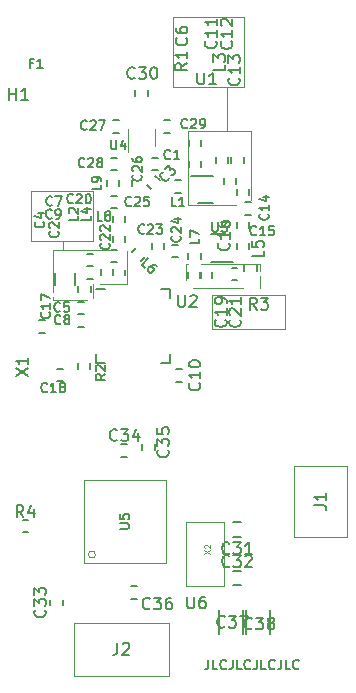
<source format=gbr>
G04 #@! TF.GenerationSoftware,KiCad,Pcbnew,(5.1.4)-1*
G04 #@! TF.CreationDate,2020-12-03T17:42:17+01:00*
G04 #@! TF.ProjectId,LoRa_Balloon,4c6f5261-5f42-4616-9c6c-6f6f6e2e6b69,2*
G04 #@! TF.SameCoordinates,Original*
G04 #@! TF.FileFunction,Legend,Top*
G04 #@! TF.FilePolarity,Positive*
%FSLAX46Y46*%
G04 Gerber Fmt 4.6, Leading zero omitted, Abs format (unit mm)*
G04 Created by KiCad (PCBNEW (5.1.4)-1) date 2020-12-03 17:42:17*
%MOMM*%
%LPD*%
G04 APERTURE LIST*
%ADD10C,0.150000*%
%ADD11C,0.120000*%
%ADD12C,0.080000*%
%ADD13C,0.125000*%
G04 APERTURE END LIST*
D10*
X118054761Y-160561904D02*
X118054761Y-161133333D01*
X118016666Y-161247619D01*
X117940476Y-161323809D01*
X117826190Y-161361904D01*
X117750000Y-161361904D01*
X118816666Y-161361904D02*
X118435714Y-161361904D01*
X118435714Y-160561904D01*
X119540476Y-161285714D02*
X119502380Y-161323809D01*
X119388095Y-161361904D01*
X119311904Y-161361904D01*
X119197619Y-161323809D01*
X119121428Y-161247619D01*
X119083333Y-161171428D01*
X119045238Y-161019047D01*
X119045238Y-160904761D01*
X119083333Y-160752380D01*
X119121428Y-160676190D01*
X119197619Y-160600000D01*
X119311904Y-160561904D01*
X119388095Y-160561904D01*
X119502380Y-160600000D01*
X119540476Y-160638095D01*
X120111904Y-160561904D02*
X120111904Y-161133333D01*
X120073809Y-161247619D01*
X119997619Y-161323809D01*
X119883333Y-161361904D01*
X119807142Y-161361904D01*
X120873809Y-161361904D02*
X120492857Y-161361904D01*
X120492857Y-160561904D01*
X121597619Y-161285714D02*
X121559523Y-161323809D01*
X121445238Y-161361904D01*
X121369047Y-161361904D01*
X121254761Y-161323809D01*
X121178571Y-161247619D01*
X121140476Y-161171428D01*
X121102380Y-161019047D01*
X121102380Y-160904761D01*
X121140476Y-160752380D01*
X121178571Y-160676190D01*
X121254761Y-160600000D01*
X121369047Y-160561904D01*
X121445238Y-160561904D01*
X121559523Y-160600000D01*
X121597619Y-160638095D01*
X122169047Y-160561904D02*
X122169047Y-161133333D01*
X122130952Y-161247619D01*
X122054761Y-161323809D01*
X121940476Y-161361904D01*
X121864285Y-161361904D01*
X122930952Y-161361904D02*
X122550000Y-161361904D01*
X122550000Y-160561904D01*
X123654761Y-161285714D02*
X123616666Y-161323809D01*
X123502380Y-161361904D01*
X123426190Y-161361904D01*
X123311904Y-161323809D01*
X123235714Y-161247619D01*
X123197619Y-161171428D01*
X123159523Y-161019047D01*
X123159523Y-160904761D01*
X123197619Y-160752380D01*
X123235714Y-160676190D01*
X123311904Y-160600000D01*
X123426190Y-160561904D01*
X123502380Y-160561904D01*
X123616666Y-160600000D01*
X123654761Y-160638095D01*
X124226190Y-160561904D02*
X124226190Y-161133333D01*
X124188095Y-161247619D01*
X124111904Y-161323809D01*
X123997619Y-161361904D01*
X123921428Y-161361904D01*
X124988095Y-161361904D02*
X124607142Y-161361904D01*
X124607142Y-160561904D01*
X125711904Y-161285714D02*
X125673809Y-161323809D01*
X125559523Y-161361904D01*
X125483333Y-161361904D01*
X125369047Y-161323809D01*
X125292857Y-161247619D01*
X125254761Y-161171428D01*
X125216666Y-161019047D01*
X125216666Y-160904761D01*
X125254761Y-160752380D01*
X125292857Y-160676190D01*
X125369047Y-160600000D01*
X125483333Y-160561904D01*
X125559523Y-160561904D01*
X125673809Y-160600000D01*
X125711904Y-160638095D01*
D11*
X105751000Y-125836600D02*
X105751000Y-125112700D01*
X104887400Y-130103800D02*
X104887400Y-129824400D01*
X111186600Y-128706800D02*
X111186600Y-125912800D01*
X108913300Y-128706800D02*
X111186600Y-128706800D01*
X108278300Y-129926000D02*
X108278300Y-128706800D01*
X104887400Y-130103800D02*
X107770300Y-130103800D01*
X104887400Y-125836600D02*
X104887400Y-129418000D01*
X109789600Y-125836600D02*
X104887400Y-125836600D01*
X103071300Y-120909000D02*
X108278300Y-120909000D01*
X103071300Y-125100000D02*
X103071300Y-120909000D01*
X108278300Y-125100000D02*
X103071300Y-125100000D01*
X108278300Y-120909000D02*
X108278300Y-125100000D01*
X116723800Y-129075100D02*
X120965600Y-129075100D01*
X122451500Y-128097200D02*
X122451500Y-129075100D01*
X122451500Y-127043100D02*
X122451500Y-127665400D01*
X117447700Y-127043100D02*
X122451500Y-127043100D01*
X116152300Y-127043100D02*
X116304700Y-127043100D01*
X116152300Y-128402000D02*
X116152300Y-127043100D01*
X124572400Y-129672000D02*
X118324000Y-129672000D01*
X124572400Y-132593000D02*
X124572400Y-129672000D01*
X118324000Y-132593000D02*
X124572400Y-132593000D01*
X118324000Y-129672000D02*
X118324000Y-132593000D01*
X119594000Y-112138380D02*
X119594000Y-115803600D01*
X121702200Y-115829000D02*
X121702200Y-121620200D01*
X116292000Y-115829000D02*
X121702200Y-115829000D01*
X116292000Y-122077400D02*
X120406800Y-122077400D01*
X116292000Y-115829000D02*
X116292000Y-122077400D01*
X121029620Y-112090120D02*
X115029620Y-112090120D01*
X121029480Y-106131320D02*
X121029620Y-112090120D01*
X115029620Y-106128740D02*
X121029620Y-106128740D01*
X115029620Y-112087580D02*
X115029620Y-106128780D01*
X125330000Y-150120000D02*
X129830000Y-150120000D01*
X129830000Y-150120000D02*
X129830000Y-144120000D01*
X125330000Y-144120000D02*
X129830000Y-144120000D01*
X125330000Y-150120000D02*
X125330000Y-144120000D01*
D10*
X110502560Y-120445680D02*
X110502560Y-119945680D01*
X109452560Y-119945680D02*
X109452560Y-120445680D01*
X123283460Y-158380860D02*
X123283460Y-156380860D01*
X121233460Y-156380860D02*
X121233460Y-158380860D01*
X118934760Y-156380860D02*
X118934760Y-158380860D01*
X120984760Y-158380860D02*
X120984760Y-156380860D01*
D11*
X106691300Y-157411780D02*
X106691300Y-161911780D01*
X106691300Y-161911780D02*
X114691300Y-161911780D01*
X114691300Y-157411780D02*
X114691300Y-161911780D01*
X106691300Y-157411780D02*
X114691300Y-157411780D01*
D10*
X111492860Y-155383640D02*
X111992860Y-155383640D01*
X111992860Y-154333640D02*
X111492860Y-154333640D01*
D12*
X116180440Y-154282040D02*
X119380440Y-154282040D01*
X119380440Y-154282040D02*
X119380440Y-148882040D01*
X119380440Y-148882040D02*
X116180440Y-148882040D01*
X116180440Y-154282040D02*
X116180440Y-148882040D01*
D11*
X107491020Y-152351540D02*
X107491020Y-145351540D01*
X107491020Y-145351540D02*
X114491020Y-145351540D01*
X114491020Y-152351540D02*
X114491020Y-145351540D01*
X107491020Y-152351540D02*
X114491020Y-152351540D01*
X108491020Y-151651540D02*
G75*
G03X108491020Y-151651540I-300000J0D01*
G01*
D10*
X108919160Y-127511920D02*
X108919160Y-128011920D01*
X109969160Y-128011920D02*
X109969160Y-127511920D01*
X113761120Y-118072600D02*
X113261120Y-118072600D01*
X113261120Y-119122600D02*
X113761120Y-119122600D01*
X108094640Y-129416960D02*
X108094640Y-128916960D01*
X107044640Y-128916960D02*
X107044640Y-129416960D01*
X113927326Y-119976104D02*
X113573772Y-119622550D01*
X112831310Y-120365012D02*
X113184864Y-120718566D01*
X105073720Y-127816400D02*
X105073720Y-128816400D01*
X106773720Y-128816400D02*
X106773720Y-127816400D01*
X107486900Y-130239200D02*
X106986900Y-130239200D01*
X106986900Y-131289200D02*
X107486900Y-131289200D01*
X116396920Y-116541240D02*
X116396920Y-117041240D01*
X117446920Y-117041240D02*
X117446920Y-116541240D01*
X108273880Y-126165040D02*
X107773880Y-126165040D01*
X107773880Y-127215040D02*
X108273880Y-127215040D01*
X106991560Y-132345840D02*
X107491560Y-132345840D01*
X107491560Y-131295840D02*
X106991560Y-131295840D01*
X107773880Y-128292000D02*
X108273880Y-128292000D01*
X108273880Y-127242000D02*
X107773880Y-127242000D01*
X115297780Y-137009280D02*
X115797780Y-137009280D01*
X115797780Y-135959280D02*
X115297780Y-135959280D01*
X119753240Y-118507240D02*
X119753240Y-118007240D01*
X118703240Y-118007240D02*
X118703240Y-118507240D01*
X119998640Y-118007240D02*
X119998640Y-118507240D01*
X121048640Y-118507240D02*
X121048640Y-118007240D01*
X121485520Y-121191600D02*
X121485520Y-120691600D01*
X120435520Y-120691600D02*
X120435520Y-121191600D01*
X121660520Y-121811480D02*
X121160520Y-121811480D01*
X121160520Y-122861480D02*
X121660520Y-122861480D01*
X121485520Y-123996600D02*
X121485520Y-123496600D01*
X120435520Y-123496600D02*
X120435520Y-123996600D01*
X121101000Y-127174100D02*
X121101000Y-127674100D01*
X122151000Y-127674100D02*
X122151000Y-127174100D01*
X104204800Y-131824160D02*
X103704800Y-131824160D01*
X103704800Y-132874160D02*
X104204800Y-132874160D01*
X105261820Y-136958480D02*
X105761820Y-136958480D01*
X105761820Y-135908480D02*
X105261820Y-135908480D01*
X117388500Y-128240520D02*
X117388500Y-127740520D01*
X116338500Y-127740520D02*
X116338500Y-128240520D01*
X110295720Y-125839920D02*
X109795720Y-125839920D01*
X109795720Y-126889920D02*
X110295720Y-126889920D01*
X117349420Y-127740520D02*
X117349420Y-128240520D01*
X118399420Y-128240520D02*
X118399420Y-127740520D01*
X111020720Y-125209880D02*
X111020720Y-124709880D01*
X109970720Y-124709880D02*
X109970720Y-125209880D01*
X113272720Y-125240740D02*
X113272720Y-125740740D01*
X114322720Y-125740740D02*
X114322720Y-125240740D01*
X115510340Y-125413200D02*
X115010340Y-125413200D01*
X115010340Y-126463200D02*
X115510340Y-126463200D01*
X109788100Y-122315380D02*
X110288100Y-122315380D01*
X110288100Y-121265380D02*
X109788100Y-121265380D01*
X111549040Y-120445680D02*
X111549040Y-119945680D01*
X110499040Y-119945680D02*
X110499040Y-120445680D01*
X110471400Y-114872200D02*
X109971400Y-114872200D01*
X109971400Y-115922200D02*
X110471400Y-115922200D01*
X110306720Y-118067520D02*
X109806720Y-118067520D01*
X109806720Y-119117520D02*
X110306720Y-119117520D01*
X114314800Y-115922200D02*
X114814800Y-115922200D01*
X114814800Y-114872200D02*
X114314800Y-114872200D01*
X111880800Y-112287160D02*
X111880800Y-112787160D01*
X112930800Y-112787160D02*
X112930800Y-112287160D01*
X120127920Y-148932040D02*
X120827920Y-148932040D01*
X120827920Y-150132040D02*
X120127920Y-150132040D01*
X120827920Y-154232040D02*
X120127920Y-154232040D01*
X120127920Y-153032040D02*
X120827920Y-153032040D01*
X105719740Y-155957420D02*
X105719740Y-155457420D01*
X104669740Y-155457420D02*
X104669740Y-155957420D01*
X110692340Y-143371980D02*
X111192340Y-143371980D01*
X111192340Y-142321980D02*
X110692340Y-142321980D01*
X112465000Y-142302340D02*
X112465000Y-142802340D01*
X113515000Y-142802340D02*
X113515000Y-142302340D01*
X115724120Y-119962360D02*
X115224120Y-119962360D01*
X115224120Y-121012360D02*
X115724120Y-121012360D01*
X120403480Y-120287360D02*
X120403480Y-119787360D01*
X119353480Y-119787360D02*
X119353480Y-120287360D01*
X111020720Y-128014880D02*
X111020720Y-127514880D01*
X109970720Y-127514880D02*
X109970720Y-128014880D01*
X121485520Y-125739040D02*
X121485520Y-125239040D01*
X120435520Y-125239040D02*
X120435520Y-125739040D01*
X111917404Y-125710232D02*
X111563850Y-126063786D01*
X112306312Y-126806248D02*
X112659866Y-126452694D01*
X117388500Y-126637780D02*
X117388500Y-126137780D01*
X116338500Y-126137780D02*
X116338500Y-126637780D01*
X111020720Y-123450080D02*
X111020720Y-122950080D01*
X109970720Y-122950080D02*
X109970720Y-123450080D01*
X116396920Y-118293840D02*
X116396920Y-118793840D01*
X117446920Y-118793840D02*
X117446920Y-118293840D01*
X107016700Y-135467200D02*
X107016700Y-135967200D01*
X108066700Y-135967200D02*
X108066700Y-135467200D01*
X120014560Y-128398680D02*
X120514560Y-128398680D01*
X120514560Y-127348680D02*
X120014560Y-127348680D01*
X102815840Y-148726540D02*
X102315840Y-148726540D01*
X102315840Y-149776540D02*
X102815840Y-149776540D01*
X117176160Y-121886280D02*
X118476160Y-121886280D01*
X116601160Y-119586280D02*
X118476160Y-119586280D01*
X114844120Y-129163720D02*
X114844120Y-129953720D01*
X108544120Y-135463720D02*
X108544120Y-134673720D01*
X114844120Y-135463720D02*
X114844120Y-134673720D01*
X108544120Y-129163720D02*
X109334120Y-129163720D01*
X108544120Y-135463720D02*
X109334120Y-135463720D01*
X114844120Y-135463720D02*
X114054120Y-135463720D01*
X114844120Y-129163720D02*
X114054120Y-129163720D01*
X120137440Y-126838200D02*
X118262440Y-126838200D01*
X119562440Y-124538200D02*
X118262440Y-124538200D01*
D11*
X111245800Y-115647200D02*
X111245800Y-117547200D01*
X113565800Y-117047200D02*
X113565800Y-115647200D01*
D10*
X103198333Y-110031457D02*
X102931666Y-110031457D01*
X102931666Y-110450504D02*
X102931666Y-109650504D01*
X103312619Y-109650504D01*
X104036428Y-110450504D02*
X103579285Y-110450504D01*
X103807857Y-110450504D02*
X103807857Y-109650504D01*
X103731666Y-109764790D01*
X103655476Y-109840980D01*
X103579285Y-109879076D01*
X116271775Y-155202560D02*
X116271775Y-156012084D01*
X116319394Y-156107322D01*
X116367013Y-156154941D01*
X116462251Y-156202560D01*
X116652727Y-156202560D01*
X116747965Y-156154941D01*
X116795584Y-156107322D01*
X116843203Y-156012084D01*
X116843203Y-155202560D01*
X117747965Y-155202560D02*
X117557489Y-155202560D01*
X117462251Y-155250180D01*
X117414632Y-155297799D01*
X117319394Y-155440656D01*
X117271775Y-155631132D01*
X117271775Y-156012084D01*
X117319394Y-156107322D01*
X117367013Y-156154941D01*
X117462251Y-156202560D01*
X117652727Y-156202560D01*
X117747965Y-156154941D01*
X117795584Y-156107322D01*
X117843203Y-156012084D01*
X117843203Y-155773989D01*
X117795584Y-155678751D01*
X117747965Y-155631132D01*
X117652727Y-155583513D01*
X117462251Y-155583513D01*
X117367013Y-155631132D01*
X117319394Y-155678751D01*
X117271775Y-155773989D01*
X127032380Y-147453333D02*
X127746666Y-147453333D01*
X127889523Y-147500952D01*
X127984761Y-147596190D01*
X128032380Y-147739047D01*
X128032380Y-147834285D01*
X128032380Y-146453333D02*
X128032380Y-147024761D01*
X128032380Y-146739047D02*
X127032380Y-146739047D01*
X127175238Y-146834285D01*
X127270476Y-146929523D01*
X127318095Y-147024761D01*
X108978024Y-120336213D02*
X108978024Y-120717165D01*
X108178024Y-120717165D01*
X108978024Y-120031451D02*
X108978024Y-119879070D01*
X108939929Y-119802880D01*
X108901834Y-119764784D01*
X108787548Y-119688594D01*
X108635167Y-119650499D01*
X108330405Y-119650499D01*
X108254215Y-119688594D01*
X108216120Y-119726689D01*
X108178024Y-119802880D01*
X108178024Y-119955260D01*
X108216120Y-120031451D01*
X108254215Y-120069546D01*
X108330405Y-120107641D01*
X108520881Y-120107641D01*
X108597072Y-120069546D01*
X108635167Y-120031451D01*
X108673262Y-119955260D01*
X108673262Y-119802880D01*
X108635167Y-119726689D01*
X108597072Y-119688594D01*
X108520881Y-119650499D01*
X121734982Y-157882782D02*
X121687363Y-157930401D01*
X121544506Y-157978020D01*
X121449268Y-157978020D01*
X121306411Y-157930401D01*
X121211173Y-157835163D01*
X121163554Y-157739925D01*
X121115935Y-157549449D01*
X121115935Y-157406592D01*
X121163554Y-157216116D01*
X121211173Y-157120878D01*
X121306411Y-157025640D01*
X121449268Y-156978020D01*
X121544506Y-156978020D01*
X121687363Y-157025640D01*
X121734982Y-157073259D01*
X122068316Y-156978020D02*
X122687363Y-156978020D01*
X122354030Y-157358973D01*
X122496887Y-157358973D01*
X122592125Y-157406592D01*
X122639744Y-157454211D01*
X122687363Y-157549449D01*
X122687363Y-157787544D01*
X122639744Y-157882782D01*
X122592125Y-157930401D01*
X122496887Y-157978020D01*
X122211173Y-157978020D01*
X122115935Y-157930401D01*
X122068316Y-157882782D01*
X123258792Y-157406592D02*
X123163554Y-157358973D01*
X123115935Y-157311354D01*
X123068316Y-157216116D01*
X123068316Y-157168497D01*
X123115935Y-157073259D01*
X123163554Y-157025640D01*
X123258792Y-156978020D01*
X123449268Y-156978020D01*
X123544506Y-157025640D01*
X123592125Y-157073259D01*
X123639744Y-157168497D01*
X123639744Y-157216116D01*
X123592125Y-157311354D01*
X123544506Y-157358973D01*
X123449268Y-157406592D01*
X123258792Y-157406592D01*
X123163554Y-157454211D01*
X123115935Y-157501830D01*
X123068316Y-157597068D01*
X123068316Y-157787544D01*
X123115935Y-157882782D01*
X123163554Y-157930401D01*
X123258792Y-157978020D01*
X123449268Y-157978020D01*
X123544506Y-157930401D01*
X123592125Y-157882782D01*
X123639744Y-157787544D01*
X123639744Y-157597068D01*
X123592125Y-157501830D01*
X123544506Y-157454211D01*
X123449268Y-157406592D01*
X119436282Y-157738002D02*
X119388663Y-157785621D01*
X119245806Y-157833240D01*
X119150568Y-157833240D01*
X119007711Y-157785621D01*
X118912473Y-157690383D01*
X118864854Y-157595145D01*
X118817235Y-157404669D01*
X118817235Y-157261812D01*
X118864854Y-157071336D01*
X118912473Y-156976098D01*
X119007711Y-156880860D01*
X119150568Y-156833240D01*
X119245806Y-156833240D01*
X119388663Y-156880860D01*
X119436282Y-156928479D01*
X119769616Y-156833240D02*
X120388663Y-156833240D01*
X120055330Y-157214193D01*
X120198187Y-157214193D01*
X120293425Y-157261812D01*
X120341044Y-157309431D01*
X120388663Y-157404669D01*
X120388663Y-157642764D01*
X120341044Y-157738002D01*
X120293425Y-157785621D01*
X120198187Y-157833240D01*
X119912473Y-157833240D01*
X119817235Y-157785621D01*
X119769616Y-157738002D01*
X120721997Y-156833240D02*
X121388663Y-156833240D01*
X120960092Y-157833240D01*
X110357966Y-159114160D02*
X110357966Y-159828446D01*
X110310347Y-159971303D01*
X110215109Y-160066541D01*
X110072252Y-160114160D01*
X109977014Y-160114160D01*
X110786538Y-159209399D02*
X110834157Y-159161780D01*
X110929395Y-159114160D01*
X111167490Y-159114160D01*
X111262728Y-159161780D01*
X111310347Y-159209399D01*
X111357966Y-159304637D01*
X111357966Y-159399875D01*
X111310347Y-159542732D01*
X110738919Y-160114160D01*
X111357966Y-160114160D01*
X113109142Y-156191142D02*
X113061523Y-156238761D01*
X112918666Y-156286380D01*
X112823428Y-156286380D01*
X112680571Y-156238761D01*
X112585333Y-156143523D01*
X112537714Y-156048285D01*
X112490095Y-155857809D01*
X112490095Y-155714952D01*
X112537714Y-155524476D01*
X112585333Y-155429238D01*
X112680571Y-155334000D01*
X112823428Y-155286380D01*
X112918666Y-155286380D01*
X113061523Y-155334000D01*
X113109142Y-155381619D01*
X113442476Y-155286380D02*
X114061523Y-155286380D01*
X113728190Y-155667333D01*
X113871047Y-155667333D01*
X113966285Y-155714952D01*
X114013904Y-155762571D01*
X114061523Y-155857809D01*
X114061523Y-156095904D01*
X114013904Y-156191142D01*
X113966285Y-156238761D01*
X113871047Y-156286380D01*
X113585333Y-156286380D01*
X113490095Y-156238761D01*
X113442476Y-156191142D01*
X114918666Y-155286380D02*
X114728190Y-155286380D01*
X114632952Y-155334000D01*
X114585333Y-155381619D01*
X114490095Y-155524476D01*
X114442476Y-155714952D01*
X114442476Y-156095904D01*
X114490095Y-156191142D01*
X114537714Y-156238761D01*
X114632952Y-156286380D01*
X114823428Y-156286380D01*
X114918666Y-156238761D01*
X114966285Y-156191142D01*
X115013904Y-156095904D01*
X115013904Y-155857809D01*
X114966285Y-155762571D01*
X114918666Y-155714952D01*
X114823428Y-155667333D01*
X114632952Y-155667333D01*
X114537714Y-155714952D01*
X114490095Y-155762571D01*
X114442476Y-155857809D01*
D13*
X117719990Y-151585481D02*
X118219990Y-151252148D01*
X117719990Y-151252148D02*
X118219990Y-151585481D01*
X117767609Y-151085481D02*
X117743800Y-151061672D01*
X117719990Y-151014053D01*
X117719990Y-150895005D01*
X117743800Y-150847386D01*
X117767609Y-150823577D01*
X117815228Y-150799767D01*
X117862847Y-150799767D01*
X117934276Y-150823577D01*
X118219990Y-151109291D01*
X118219990Y-150799767D01*
D10*
X110552924Y-149461063D02*
X111200543Y-149461063D01*
X111276734Y-149422968D01*
X111314829Y-149384873D01*
X111352924Y-149308682D01*
X111352924Y-149156301D01*
X111314829Y-149080111D01*
X111276734Y-149042016D01*
X111200543Y-149003920D01*
X110552924Y-149003920D01*
X110552924Y-148242016D02*
X110552924Y-148622968D01*
X110933877Y-148661063D01*
X110895781Y-148622968D01*
X110857686Y-148546778D01*
X110857686Y-148356301D01*
X110895781Y-148280111D01*
X110933877Y-148242016D01*
X111010067Y-148203920D01*
X111200543Y-148203920D01*
X111276734Y-148242016D01*
X111314829Y-148280111D01*
X111352924Y-148356301D01*
X111352924Y-148546778D01*
X111314829Y-148622968D01*
X111276734Y-148661063D01*
X107014604Y-122972733D02*
X107014604Y-123353685D01*
X106214604Y-123353685D01*
X106290795Y-122744161D02*
X106252700Y-122706066D01*
X106214604Y-122629876D01*
X106214604Y-122439400D01*
X106252700Y-122363209D01*
X106290795Y-122325114D01*
X106366985Y-122287019D01*
X106443176Y-122287019D01*
X106557461Y-122325114D01*
X107014604Y-122782257D01*
X107014604Y-122287019D01*
X114825166Y-118095914D02*
X114787071Y-118134009D01*
X114672785Y-118172104D01*
X114596595Y-118172104D01*
X114482309Y-118134009D01*
X114406119Y-118057819D01*
X114368023Y-117981628D01*
X114329928Y-117829247D01*
X114329928Y-117714961D01*
X114368023Y-117562580D01*
X114406119Y-117486390D01*
X114482309Y-117410200D01*
X114596595Y-117372104D01*
X114672785Y-117372104D01*
X114787071Y-117410200D01*
X114825166Y-117448295D01*
X115587071Y-118172104D02*
X115129928Y-118172104D01*
X115358500Y-118172104D02*
X115358500Y-117372104D01*
X115282309Y-117486390D01*
X115206119Y-117562580D01*
X115129928Y-117600676D01*
X105300114Y-124293533D02*
X105338209Y-124331628D01*
X105376304Y-124445914D01*
X105376304Y-124522104D01*
X105338209Y-124636390D01*
X105262019Y-124712580D01*
X105185828Y-124750676D01*
X105033447Y-124788771D01*
X104919161Y-124788771D01*
X104766780Y-124750676D01*
X104690590Y-124712580D01*
X104614400Y-124636390D01*
X104576304Y-124522104D01*
X104576304Y-124445914D01*
X104614400Y-124331628D01*
X104652495Y-124293533D01*
X104652495Y-123988771D02*
X104614400Y-123950676D01*
X104576304Y-123874485D01*
X104576304Y-123684009D01*
X104614400Y-123607819D01*
X104652495Y-123569723D01*
X104728685Y-123531628D01*
X104804876Y-123531628D01*
X104919161Y-123569723D01*
X105376304Y-124026866D01*
X105376304Y-123531628D01*
X114710649Y-119732112D02*
X114710649Y-119785987D01*
X114656774Y-119893736D01*
X114602899Y-119947611D01*
X114495150Y-120001486D01*
X114387400Y-120001486D01*
X114306588Y-119974549D01*
X114171901Y-119893736D01*
X114091089Y-119812924D01*
X114010277Y-119678237D01*
X113983339Y-119597425D01*
X113983339Y-119489675D01*
X114037214Y-119381926D01*
X114091089Y-119328051D01*
X114198838Y-119274176D01*
X114252713Y-119274176D01*
X114387400Y-119031739D02*
X114737587Y-118681553D01*
X114764524Y-119085614D01*
X114845336Y-119004802D01*
X114926148Y-118977865D01*
X114980023Y-118977865D01*
X115060835Y-119004802D01*
X115195522Y-119139489D01*
X115222460Y-119220301D01*
X115222460Y-119274176D01*
X115195522Y-119354988D01*
X115033898Y-119516613D01*
X114953086Y-119543550D01*
X114899211Y-119543550D01*
X104055514Y-123455333D02*
X104093609Y-123493428D01*
X104131704Y-123607714D01*
X104131704Y-123683904D01*
X104093609Y-123798190D01*
X104017419Y-123874380D01*
X103941228Y-123912476D01*
X103788847Y-123950571D01*
X103674561Y-123950571D01*
X103522180Y-123912476D01*
X103445990Y-123874380D01*
X103369800Y-123798190D01*
X103331704Y-123683904D01*
X103331704Y-123607714D01*
X103369800Y-123493428D01*
X103407895Y-123455333D01*
X103598371Y-122769619D02*
X104131704Y-122769619D01*
X103293609Y-122960095D02*
X103865038Y-123150571D01*
X103865038Y-122655333D01*
X105503366Y-131011814D02*
X105465271Y-131049909D01*
X105350985Y-131088004D01*
X105274795Y-131088004D01*
X105160509Y-131049909D01*
X105084319Y-130973719D01*
X105046223Y-130897528D01*
X105008128Y-130745147D01*
X105008128Y-130630861D01*
X105046223Y-130478480D01*
X105084319Y-130402290D01*
X105160509Y-130326100D01*
X105274795Y-130288004D01*
X105350985Y-130288004D01*
X105465271Y-130326100D01*
X105503366Y-130364195D01*
X106227176Y-130288004D02*
X105846223Y-130288004D01*
X105808128Y-130668957D01*
X105846223Y-130630861D01*
X105922414Y-130592766D01*
X106112890Y-130592766D01*
X106189080Y-130630861D01*
X106227176Y-130668957D01*
X106265271Y-130745147D01*
X106265271Y-130935623D01*
X106227176Y-131011814D01*
X106189080Y-131049909D01*
X106112890Y-131088004D01*
X105922414Y-131088004D01*
X105846223Y-131049909D01*
X105808128Y-131011814D01*
X116186862Y-107893066D02*
X116234481Y-107940685D01*
X116282100Y-108083542D01*
X116282100Y-108178780D01*
X116234481Y-108321638D01*
X116139243Y-108416876D01*
X116044005Y-108464495D01*
X115853529Y-108512114D01*
X115710672Y-108512114D01*
X115520196Y-108464495D01*
X115424958Y-108416876D01*
X115329720Y-108321638D01*
X115282100Y-108178780D01*
X115282100Y-108083542D01*
X115329720Y-107940685D01*
X115377339Y-107893066D01*
X115282100Y-107035923D02*
X115282100Y-107226400D01*
X115329720Y-107321638D01*
X115377339Y-107369257D01*
X115520196Y-107464495D01*
X115710672Y-107512114D01*
X116091624Y-107512114D01*
X116186862Y-107464495D01*
X116234481Y-107416876D01*
X116282100Y-107321638D01*
X116282100Y-107131161D01*
X116234481Y-107035923D01*
X116186862Y-106988304D01*
X116091624Y-106940685D01*
X115853529Y-106940685D01*
X115758291Y-106988304D01*
X115710672Y-107035923D01*
X115663053Y-107131161D01*
X115663053Y-107321638D01*
X115710672Y-107416876D01*
X115758291Y-107464495D01*
X115853529Y-107512114D01*
X104830266Y-122045614D02*
X104792171Y-122083709D01*
X104677885Y-122121804D01*
X104601695Y-122121804D01*
X104487409Y-122083709D01*
X104411219Y-122007519D01*
X104373123Y-121931328D01*
X104335028Y-121778947D01*
X104335028Y-121664661D01*
X104373123Y-121512280D01*
X104411219Y-121436090D01*
X104487409Y-121359900D01*
X104601695Y-121321804D01*
X104677885Y-121321804D01*
X104792171Y-121359900D01*
X104830266Y-121397995D01*
X105096933Y-121321804D02*
X105630266Y-121321804D01*
X105287409Y-122121804D01*
X105528766Y-132065914D02*
X105490671Y-132104009D01*
X105376385Y-132142104D01*
X105300195Y-132142104D01*
X105185909Y-132104009D01*
X105109719Y-132027819D01*
X105071623Y-131951628D01*
X105033528Y-131799247D01*
X105033528Y-131684961D01*
X105071623Y-131532580D01*
X105109719Y-131456390D01*
X105185909Y-131380200D01*
X105300195Y-131342104D01*
X105376385Y-131342104D01*
X105490671Y-131380200D01*
X105528766Y-131418295D01*
X105985909Y-131684961D02*
X105909719Y-131646866D01*
X105871623Y-131608771D01*
X105833528Y-131532580D01*
X105833528Y-131494485D01*
X105871623Y-131418295D01*
X105909719Y-131380200D01*
X105985909Y-131342104D01*
X106138290Y-131342104D01*
X106214480Y-131380200D01*
X106252576Y-131418295D01*
X106290671Y-131494485D01*
X106290671Y-131532580D01*
X106252576Y-131608771D01*
X106214480Y-131646866D01*
X106138290Y-131684961D01*
X105985909Y-131684961D01*
X105909719Y-131723057D01*
X105871623Y-131761152D01*
X105833528Y-131837342D01*
X105833528Y-131989723D01*
X105871623Y-132065914D01*
X105909719Y-132104009D01*
X105985909Y-132142104D01*
X106138290Y-132142104D01*
X106214480Y-132104009D01*
X106252576Y-132065914D01*
X106290671Y-131989723D01*
X106290671Y-131837342D01*
X106252576Y-131761152D01*
X106214480Y-131723057D01*
X106138290Y-131684961D01*
X104792166Y-123125114D02*
X104754071Y-123163209D01*
X104639785Y-123201304D01*
X104563595Y-123201304D01*
X104449309Y-123163209D01*
X104373119Y-123087019D01*
X104335023Y-123010828D01*
X104296928Y-122858447D01*
X104296928Y-122744161D01*
X104335023Y-122591780D01*
X104373119Y-122515590D01*
X104449309Y-122439400D01*
X104563595Y-122401304D01*
X104639785Y-122401304D01*
X104754071Y-122439400D01*
X104792166Y-122477495D01*
X105173119Y-123201304D02*
X105325500Y-123201304D01*
X105401690Y-123163209D01*
X105439785Y-123125114D01*
X105515976Y-123010828D01*
X105554071Y-122858447D01*
X105554071Y-122553685D01*
X105515976Y-122477495D01*
X105477880Y-122439400D01*
X105401690Y-122401304D01*
X105249309Y-122401304D01*
X105173119Y-122439400D01*
X105135023Y-122477495D01*
X105096928Y-122553685D01*
X105096928Y-122744161D01*
X105135023Y-122820352D01*
X105173119Y-122858447D01*
X105249309Y-122896542D01*
X105401690Y-122896542D01*
X105477880Y-122858447D01*
X105515976Y-122820352D01*
X105554071Y-122744161D01*
X117284142Y-137122057D02*
X117331761Y-137169676D01*
X117379380Y-137312533D01*
X117379380Y-137407771D01*
X117331761Y-137550628D01*
X117236523Y-137645866D01*
X117141285Y-137693485D01*
X116950809Y-137741104D01*
X116807952Y-137741104D01*
X116617476Y-137693485D01*
X116522238Y-137645866D01*
X116427000Y-137550628D01*
X116379380Y-137407771D01*
X116379380Y-137312533D01*
X116427000Y-137169676D01*
X116474619Y-137122057D01*
X117379380Y-136169676D02*
X117379380Y-136741104D01*
X117379380Y-136455390D02*
X116379380Y-136455390D01*
X116522238Y-136550628D01*
X116617476Y-136645866D01*
X116665095Y-136741104D01*
X116379380Y-135550628D02*
X116379380Y-135455390D01*
X116427000Y-135360152D01*
X116474619Y-135312533D01*
X116569857Y-135264914D01*
X116760333Y-135217295D01*
X116998428Y-135217295D01*
X117188904Y-135264914D01*
X117284142Y-135312533D01*
X117331761Y-135360152D01*
X117379380Y-135455390D01*
X117379380Y-135550628D01*
X117331761Y-135645866D01*
X117284142Y-135693485D01*
X117188904Y-135741104D01*
X116998428Y-135788723D01*
X116760333Y-135788723D01*
X116569857Y-135741104D01*
X116474619Y-135693485D01*
X116427000Y-135645866D01*
X116379380Y-135550628D01*
X118658282Y-108176217D02*
X118705901Y-108223836D01*
X118753520Y-108366693D01*
X118753520Y-108461931D01*
X118705901Y-108604788D01*
X118610663Y-108700026D01*
X118515425Y-108747645D01*
X118324949Y-108795264D01*
X118182092Y-108795264D01*
X117991616Y-108747645D01*
X117896378Y-108700026D01*
X117801140Y-108604788D01*
X117753520Y-108461931D01*
X117753520Y-108366693D01*
X117801140Y-108223836D01*
X117848759Y-108176217D01*
X118753520Y-107223836D02*
X118753520Y-107795264D01*
X118753520Y-107509550D02*
X117753520Y-107509550D01*
X117896378Y-107604788D01*
X117991616Y-107700026D01*
X118039235Y-107795264D01*
X118753520Y-106271455D02*
X118753520Y-106842883D01*
X118753520Y-106557169D02*
X117753520Y-106557169D01*
X117896378Y-106652407D01*
X117991616Y-106747645D01*
X118039235Y-106842883D01*
X119999402Y-108199077D02*
X120047021Y-108246696D01*
X120094640Y-108389553D01*
X120094640Y-108484791D01*
X120047021Y-108627648D01*
X119951783Y-108722886D01*
X119856545Y-108770505D01*
X119666069Y-108818124D01*
X119523212Y-108818124D01*
X119332736Y-108770505D01*
X119237498Y-108722886D01*
X119142260Y-108627648D01*
X119094640Y-108484791D01*
X119094640Y-108389553D01*
X119142260Y-108246696D01*
X119189879Y-108199077D01*
X120094640Y-107246696D02*
X120094640Y-107818124D01*
X120094640Y-107532410D02*
X119094640Y-107532410D01*
X119237498Y-107627648D01*
X119332736Y-107722886D01*
X119380355Y-107818124D01*
X119189879Y-106865743D02*
X119142260Y-106818124D01*
X119094640Y-106722886D01*
X119094640Y-106484791D01*
X119142260Y-106389553D01*
X119189879Y-106341934D01*
X119285117Y-106294315D01*
X119380355Y-106294315D01*
X119523212Y-106341934D01*
X120094640Y-106913362D01*
X120094640Y-106294315D01*
X120636942Y-111297877D02*
X120684561Y-111345496D01*
X120732180Y-111488353D01*
X120732180Y-111583591D01*
X120684561Y-111726448D01*
X120589323Y-111821686D01*
X120494085Y-111869305D01*
X120303609Y-111916924D01*
X120160752Y-111916924D01*
X119970276Y-111869305D01*
X119875038Y-111821686D01*
X119779800Y-111726448D01*
X119732180Y-111583591D01*
X119732180Y-111488353D01*
X119779800Y-111345496D01*
X119827419Y-111297877D01*
X120732180Y-110345496D02*
X120732180Y-110916924D01*
X120732180Y-110631210D02*
X119732180Y-110631210D01*
X119875038Y-110726448D01*
X119970276Y-110821686D01*
X120017895Y-110916924D01*
X119732180Y-110012162D02*
X119732180Y-109393115D01*
X120113133Y-109726448D01*
X120113133Y-109583591D01*
X120160752Y-109488353D01*
X120208371Y-109440734D01*
X120303609Y-109393115D01*
X120541704Y-109393115D01*
X120636942Y-109440734D01*
X120684561Y-109488353D01*
X120732180Y-109583591D01*
X120732180Y-109869305D01*
X120684561Y-109964543D01*
X120636942Y-110012162D01*
X123092814Y-122807585D02*
X123130909Y-122845680D01*
X123169004Y-122959966D01*
X123169004Y-123036157D01*
X123130909Y-123150442D01*
X123054719Y-123226633D01*
X122978528Y-123264728D01*
X122826147Y-123302823D01*
X122711861Y-123302823D01*
X122559480Y-123264728D01*
X122483290Y-123226633D01*
X122407100Y-123150442D01*
X122369004Y-123036157D01*
X122369004Y-122959966D01*
X122407100Y-122845680D01*
X122445195Y-122807585D01*
X123169004Y-122045680D02*
X123169004Y-122502823D01*
X123169004Y-122274252D02*
X122369004Y-122274252D01*
X122483290Y-122350442D01*
X122559480Y-122426633D01*
X122597576Y-122502823D01*
X122635671Y-121359966D02*
X123169004Y-121359966D01*
X122330909Y-121550442D02*
X122902338Y-121740919D01*
X122902338Y-121245680D01*
X122102314Y-124547514D02*
X122064219Y-124585609D01*
X121949933Y-124623704D01*
X121873742Y-124623704D01*
X121759457Y-124585609D01*
X121683266Y-124509419D01*
X121645171Y-124433228D01*
X121607076Y-124280847D01*
X121607076Y-124166561D01*
X121645171Y-124014180D01*
X121683266Y-123937990D01*
X121759457Y-123861800D01*
X121873742Y-123823704D01*
X121949933Y-123823704D01*
X122064219Y-123861800D01*
X122102314Y-123899895D01*
X122864219Y-124623704D02*
X122407076Y-124623704D01*
X122635647Y-124623704D02*
X122635647Y-123823704D01*
X122559457Y-123937990D01*
X122483266Y-124014180D01*
X122407076Y-124052276D01*
X123588028Y-123823704D02*
X123207076Y-123823704D01*
X123168980Y-124204657D01*
X123207076Y-124166561D01*
X123283266Y-124128466D01*
X123473742Y-124128466D01*
X123549933Y-124166561D01*
X123588028Y-124204657D01*
X123626123Y-124280847D01*
X123626123Y-124471323D01*
X123588028Y-124547514D01*
X123549933Y-124585609D01*
X123473742Y-124623704D01*
X123283266Y-124623704D01*
X123207076Y-124585609D01*
X123168980Y-124547514D01*
X119758102Y-125273377D02*
X119805721Y-125320996D01*
X119853340Y-125463853D01*
X119853340Y-125559091D01*
X119805721Y-125701948D01*
X119710483Y-125797186D01*
X119615245Y-125844805D01*
X119424769Y-125892424D01*
X119281912Y-125892424D01*
X119091436Y-125844805D01*
X118996198Y-125797186D01*
X118900960Y-125701948D01*
X118853340Y-125559091D01*
X118853340Y-125463853D01*
X118900960Y-125320996D01*
X118948579Y-125273377D01*
X119853340Y-124320996D02*
X119853340Y-124892424D01*
X119853340Y-124606710D02*
X118853340Y-124606710D01*
X118996198Y-124701948D01*
X119091436Y-124797186D01*
X119139055Y-124892424D01*
X118853340Y-123463853D02*
X118853340Y-123654329D01*
X118900960Y-123749567D01*
X118948579Y-123797186D01*
X119091436Y-123892424D01*
X119281912Y-123940043D01*
X119662864Y-123940043D01*
X119758102Y-123892424D01*
X119805721Y-123844805D01*
X119853340Y-123749567D01*
X119853340Y-123559091D01*
X119805721Y-123463853D01*
X119758102Y-123416234D01*
X119662864Y-123368615D01*
X119424769Y-123368615D01*
X119329531Y-123416234D01*
X119281912Y-123463853D01*
X119234293Y-123559091D01*
X119234293Y-123749567D01*
X119281912Y-123844805D01*
X119329531Y-123892424D01*
X119424769Y-123940043D01*
X104563514Y-131138785D02*
X104601609Y-131176880D01*
X104639704Y-131291166D01*
X104639704Y-131367357D01*
X104601609Y-131481642D01*
X104525419Y-131557833D01*
X104449228Y-131595928D01*
X104296847Y-131634023D01*
X104182561Y-131634023D01*
X104030180Y-131595928D01*
X103953990Y-131557833D01*
X103877800Y-131481642D01*
X103839704Y-131367357D01*
X103839704Y-131291166D01*
X103877800Y-131176880D01*
X103915895Y-131138785D01*
X104639704Y-130376880D02*
X104639704Y-130834023D01*
X104639704Y-130605452D02*
X103839704Y-130605452D01*
X103953990Y-130681642D01*
X104030180Y-130757833D01*
X104068276Y-130834023D01*
X103839704Y-130110214D02*
X103839704Y-129576880D01*
X104639704Y-129919738D01*
X104385814Y-137831714D02*
X104347719Y-137869809D01*
X104233433Y-137907904D01*
X104157242Y-137907904D01*
X104042957Y-137869809D01*
X103966766Y-137793619D01*
X103928671Y-137717428D01*
X103890576Y-137565047D01*
X103890576Y-137450761D01*
X103928671Y-137298380D01*
X103966766Y-137222190D01*
X104042957Y-137146000D01*
X104157242Y-137107904D01*
X104233433Y-137107904D01*
X104347719Y-137146000D01*
X104385814Y-137184095D01*
X105147719Y-137907904D02*
X104690576Y-137907904D01*
X104919147Y-137907904D02*
X104919147Y-137107904D01*
X104842957Y-137222190D01*
X104766766Y-137298380D01*
X104690576Y-137336476D01*
X105604861Y-137450761D02*
X105528671Y-137412666D01*
X105490576Y-137374571D01*
X105452480Y-137298380D01*
X105452480Y-137260285D01*
X105490576Y-137184095D01*
X105528671Y-137146000D01*
X105604861Y-137107904D01*
X105757242Y-137107904D01*
X105833433Y-137146000D01*
X105871528Y-137184095D01*
X105909623Y-137260285D01*
X105909623Y-137298380D01*
X105871528Y-137374571D01*
X105833433Y-137412666D01*
X105757242Y-137450761D01*
X105604861Y-137450761D01*
X105528671Y-137488857D01*
X105490576Y-137526952D01*
X105452480Y-137603142D01*
X105452480Y-137755523D01*
X105490576Y-137831714D01*
X105528671Y-137869809D01*
X105604861Y-137907904D01*
X105757242Y-137907904D01*
X105833433Y-137869809D01*
X105871528Y-137831714D01*
X105909623Y-137755523D01*
X105909623Y-137603142D01*
X105871528Y-137526952D01*
X105833433Y-137488857D01*
X105757242Y-137450761D01*
X119493942Y-131762657D02*
X119541561Y-131810276D01*
X119589180Y-131953133D01*
X119589180Y-132048371D01*
X119541561Y-132191228D01*
X119446323Y-132286466D01*
X119351085Y-132334085D01*
X119160609Y-132381704D01*
X119017752Y-132381704D01*
X118827276Y-132334085D01*
X118732038Y-132286466D01*
X118636800Y-132191228D01*
X118589180Y-132048371D01*
X118589180Y-131953133D01*
X118636800Y-131810276D01*
X118684419Y-131762657D01*
X119589180Y-130810276D02*
X119589180Y-131381704D01*
X119589180Y-131095990D02*
X118589180Y-131095990D01*
X118732038Y-131191228D01*
X118827276Y-131286466D01*
X118874895Y-131381704D01*
X119589180Y-130334085D02*
X119589180Y-130143609D01*
X119541561Y-130048371D01*
X119493942Y-130000752D01*
X119351085Y-129905514D01*
X119160609Y-129857895D01*
X118779657Y-129857895D01*
X118684419Y-129905514D01*
X118636800Y-129953133D01*
X118589180Y-130048371D01*
X118589180Y-130238847D01*
X118636800Y-130334085D01*
X118684419Y-130381704D01*
X118779657Y-130429323D01*
X119017752Y-130429323D01*
X119112990Y-130381704D01*
X119160609Y-130334085D01*
X119208228Y-130238847D01*
X119208228Y-130048371D01*
X119160609Y-129953133D01*
X119112990Y-129905514D01*
X119017752Y-129857895D01*
X106582914Y-121842414D02*
X106544819Y-121880509D01*
X106430533Y-121918604D01*
X106354342Y-121918604D01*
X106240057Y-121880509D01*
X106163866Y-121804319D01*
X106125771Y-121728128D01*
X106087676Y-121575747D01*
X106087676Y-121461461D01*
X106125771Y-121309080D01*
X106163866Y-121232890D01*
X106240057Y-121156700D01*
X106354342Y-121118604D01*
X106430533Y-121118604D01*
X106544819Y-121156700D01*
X106582914Y-121194795D01*
X106887676Y-121194795D02*
X106925771Y-121156700D01*
X107001961Y-121118604D01*
X107192438Y-121118604D01*
X107268628Y-121156700D01*
X107306723Y-121194795D01*
X107344819Y-121270985D01*
X107344819Y-121347176D01*
X107306723Y-121461461D01*
X106849580Y-121918604D01*
X107344819Y-121918604D01*
X107840057Y-121118604D02*
X107916247Y-121118604D01*
X107992438Y-121156700D01*
X108030533Y-121194795D01*
X108068628Y-121270985D01*
X108106723Y-121423366D01*
X108106723Y-121613842D01*
X108068628Y-121766223D01*
X108030533Y-121842414D01*
X107992438Y-121880509D01*
X107916247Y-121918604D01*
X107840057Y-121918604D01*
X107763866Y-121880509D01*
X107725771Y-121842414D01*
X107687676Y-121766223D01*
X107649580Y-121613842D01*
X107649580Y-121423366D01*
X107687676Y-121270985D01*
X107725771Y-121194795D01*
X107763866Y-121156700D01*
X107840057Y-121118604D01*
X120700442Y-131762657D02*
X120748061Y-131810276D01*
X120795680Y-131953133D01*
X120795680Y-132048371D01*
X120748061Y-132191228D01*
X120652823Y-132286466D01*
X120557585Y-132334085D01*
X120367109Y-132381704D01*
X120224252Y-132381704D01*
X120033776Y-132334085D01*
X119938538Y-132286466D01*
X119843300Y-132191228D01*
X119795680Y-132048371D01*
X119795680Y-131953133D01*
X119843300Y-131810276D01*
X119890919Y-131762657D01*
X119890919Y-131381704D02*
X119843300Y-131334085D01*
X119795680Y-131238847D01*
X119795680Y-131000752D01*
X119843300Y-130905514D01*
X119890919Y-130857895D01*
X119986157Y-130810276D01*
X120081395Y-130810276D01*
X120224252Y-130857895D01*
X120795680Y-131429323D01*
X120795680Y-130810276D01*
X120795680Y-129857895D02*
X120795680Y-130429323D01*
X120795680Y-130143609D02*
X119795680Y-130143609D01*
X119938538Y-130238847D01*
X120033776Y-130334085D01*
X120081395Y-130429323D01*
X109630814Y-125309485D02*
X109668909Y-125347580D01*
X109707004Y-125461866D01*
X109707004Y-125538057D01*
X109668909Y-125652342D01*
X109592719Y-125728533D01*
X109516528Y-125766628D01*
X109364147Y-125804723D01*
X109249861Y-125804723D01*
X109097480Y-125766628D01*
X109021290Y-125728533D01*
X108945100Y-125652342D01*
X108907004Y-125538057D01*
X108907004Y-125461866D01*
X108945100Y-125347580D01*
X108983195Y-125309485D01*
X108983195Y-125004723D02*
X108945100Y-124966628D01*
X108907004Y-124890438D01*
X108907004Y-124699961D01*
X108945100Y-124623771D01*
X108983195Y-124585676D01*
X109059385Y-124547580D01*
X109135576Y-124547580D01*
X109249861Y-124585676D01*
X109707004Y-125042819D01*
X109707004Y-124547580D01*
X108983195Y-124242819D02*
X108945100Y-124204723D01*
X108907004Y-124128533D01*
X108907004Y-123938057D01*
X108945100Y-123861866D01*
X108983195Y-123823771D01*
X109059385Y-123785676D01*
X109135576Y-123785676D01*
X109249861Y-123823771D01*
X109707004Y-124280914D01*
X109707004Y-123785676D01*
X112628114Y-124407814D02*
X112590019Y-124445909D01*
X112475733Y-124484004D01*
X112399542Y-124484004D01*
X112285257Y-124445909D01*
X112209066Y-124369719D01*
X112170971Y-124293528D01*
X112132876Y-124141147D01*
X112132876Y-124026861D01*
X112170971Y-123874480D01*
X112209066Y-123798290D01*
X112285257Y-123722100D01*
X112399542Y-123684004D01*
X112475733Y-123684004D01*
X112590019Y-123722100D01*
X112628114Y-123760195D01*
X112932876Y-123760195D02*
X112970971Y-123722100D01*
X113047161Y-123684004D01*
X113237638Y-123684004D01*
X113313828Y-123722100D01*
X113351923Y-123760195D01*
X113390019Y-123836385D01*
X113390019Y-123912576D01*
X113351923Y-124026861D01*
X112894780Y-124484004D01*
X113390019Y-124484004D01*
X113656685Y-123684004D02*
X114151923Y-123684004D01*
X113885257Y-123988766D01*
X113999542Y-123988766D01*
X114075733Y-124026861D01*
X114113828Y-124064957D01*
X114151923Y-124141147D01*
X114151923Y-124331623D01*
X114113828Y-124407814D01*
X114075733Y-124445909D01*
X113999542Y-124484004D01*
X113770971Y-124484004D01*
X113694780Y-124445909D01*
X113656685Y-124407814D01*
X115632834Y-124664325D02*
X115670929Y-124702420D01*
X115709024Y-124816706D01*
X115709024Y-124892897D01*
X115670929Y-125007182D01*
X115594739Y-125083373D01*
X115518548Y-125121468D01*
X115366167Y-125159563D01*
X115251881Y-125159563D01*
X115099500Y-125121468D01*
X115023310Y-125083373D01*
X114947120Y-125007182D01*
X114909024Y-124892897D01*
X114909024Y-124816706D01*
X114947120Y-124702420D01*
X114985215Y-124664325D01*
X114985215Y-124359563D02*
X114947120Y-124321468D01*
X114909024Y-124245278D01*
X114909024Y-124054801D01*
X114947120Y-123978611D01*
X114985215Y-123940516D01*
X115061405Y-123902420D01*
X115137596Y-123902420D01*
X115251881Y-123940516D01*
X115709024Y-124397659D01*
X115709024Y-123902420D01*
X115175691Y-123216706D02*
X115709024Y-123216706D01*
X114870929Y-123407182D02*
X115442358Y-123597659D01*
X115442358Y-123102420D01*
X111497814Y-122058314D02*
X111459719Y-122096409D01*
X111345433Y-122134504D01*
X111269242Y-122134504D01*
X111154957Y-122096409D01*
X111078766Y-122020219D01*
X111040671Y-121944028D01*
X111002576Y-121791647D01*
X111002576Y-121677361D01*
X111040671Y-121524980D01*
X111078766Y-121448790D01*
X111154957Y-121372600D01*
X111269242Y-121334504D01*
X111345433Y-121334504D01*
X111459719Y-121372600D01*
X111497814Y-121410695D01*
X111802576Y-121410695D02*
X111840671Y-121372600D01*
X111916861Y-121334504D01*
X112107338Y-121334504D01*
X112183528Y-121372600D01*
X112221623Y-121410695D01*
X112259719Y-121486885D01*
X112259719Y-121563076D01*
X112221623Y-121677361D01*
X111764480Y-122134504D01*
X112259719Y-122134504D01*
X112983528Y-121334504D02*
X112602576Y-121334504D01*
X112564480Y-121715457D01*
X112602576Y-121677361D01*
X112678766Y-121639266D01*
X112869242Y-121639266D01*
X112945433Y-121677361D01*
X112983528Y-121715457D01*
X113021623Y-121791647D01*
X113021623Y-121982123D01*
X112983528Y-122058314D01*
X112945433Y-122096409D01*
X112869242Y-122134504D01*
X112678766Y-122134504D01*
X112602576Y-122096409D01*
X112564480Y-122058314D01*
X112348614Y-119492885D02*
X112386709Y-119530980D01*
X112424804Y-119645266D01*
X112424804Y-119721457D01*
X112386709Y-119835742D01*
X112310519Y-119911933D01*
X112234328Y-119950028D01*
X112081947Y-119988123D01*
X111967661Y-119988123D01*
X111815280Y-119950028D01*
X111739090Y-119911933D01*
X111662900Y-119835742D01*
X111624804Y-119721457D01*
X111624804Y-119645266D01*
X111662900Y-119530980D01*
X111700995Y-119492885D01*
X111700995Y-119188123D02*
X111662900Y-119150028D01*
X111624804Y-119073838D01*
X111624804Y-118883361D01*
X111662900Y-118807171D01*
X111700995Y-118769076D01*
X111777185Y-118730980D01*
X111853376Y-118730980D01*
X111967661Y-118769076D01*
X112424804Y-119226219D01*
X112424804Y-118730980D01*
X111624804Y-118045266D02*
X111624804Y-118197647D01*
X111662900Y-118273838D01*
X111700995Y-118311933D01*
X111815280Y-118388123D01*
X111967661Y-118426219D01*
X112272423Y-118426219D01*
X112348614Y-118388123D01*
X112386709Y-118350028D01*
X112424804Y-118273838D01*
X112424804Y-118121457D01*
X112386709Y-118045266D01*
X112348614Y-118007171D01*
X112272423Y-117969076D01*
X112081947Y-117969076D01*
X112005757Y-118007171D01*
X111967661Y-118045266D01*
X111929566Y-118121457D01*
X111929566Y-118273838D01*
X111967661Y-118350028D01*
X112005757Y-118388123D01*
X112081947Y-118426219D01*
X107751314Y-115619414D02*
X107713219Y-115657509D01*
X107598933Y-115695604D01*
X107522742Y-115695604D01*
X107408457Y-115657509D01*
X107332266Y-115581319D01*
X107294171Y-115505128D01*
X107256076Y-115352747D01*
X107256076Y-115238461D01*
X107294171Y-115086080D01*
X107332266Y-115009890D01*
X107408457Y-114933700D01*
X107522742Y-114895604D01*
X107598933Y-114895604D01*
X107713219Y-114933700D01*
X107751314Y-114971795D01*
X108056076Y-114971795D02*
X108094171Y-114933700D01*
X108170361Y-114895604D01*
X108360838Y-114895604D01*
X108437028Y-114933700D01*
X108475123Y-114971795D01*
X108513219Y-115047985D01*
X108513219Y-115124176D01*
X108475123Y-115238461D01*
X108017980Y-115695604D01*
X108513219Y-115695604D01*
X108779885Y-114895604D02*
X109313219Y-114895604D01*
X108970361Y-115695604D01*
X107560814Y-118794414D02*
X107522719Y-118832509D01*
X107408433Y-118870604D01*
X107332242Y-118870604D01*
X107217957Y-118832509D01*
X107141766Y-118756319D01*
X107103671Y-118680128D01*
X107065576Y-118527747D01*
X107065576Y-118413461D01*
X107103671Y-118261080D01*
X107141766Y-118184890D01*
X107217957Y-118108700D01*
X107332242Y-118070604D01*
X107408433Y-118070604D01*
X107522719Y-118108700D01*
X107560814Y-118146795D01*
X107865576Y-118146795D02*
X107903671Y-118108700D01*
X107979861Y-118070604D01*
X108170338Y-118070604D01*
X108246528Y-118108700D01*
X108284623Y-118146795D01*
X108322719Y-118222985D01*
X108322719Y-118299176D01*
X108284623Y-118413461D01*
X107827480Y-118870604D01*
X108322719Y-118870604D01*
X108779861Y-118413461D02*
X108703671Y-118375366D01*
X108665576Y-118337271D01*
X108627480Y-118261080D01*
X108627480Y-118222985D01*
X108665576Y-118146795D01*
X108703671Y-118108700D01*
X108779861Y-118070604D01*
X108932242Y-118070604D01*
X109008433Y-118108700D01*
X109046528Y-118146795D01*
X109084623Y-118222985D01*
X109084623Y-118261080D01*
X109046528Y-118337271D01*
X109008433Y-118375366D01*
X108932242Y-118413461D01*
X108779861Y-118413461D01*
X108703671Y-118451557D01*
X108665576Y-118489652D01*
X108627480Y-118565842D01*
X108627480Y-118718223D01*
X108665576Y-118794414D01*
X108703671Y-118832509D01*
X108779861Y-118870604D01*
X108932242Y-118870604D01*
X109008433Y-118832509D01*
X109046528Y-118794414D01*
X109084623Y-118718223D01*
X109084623Y-118565842D01*
X109046528Y-118489652D01*
X109008433Y-118451557D01*
X108932242Y-118413461D01*
X116247614Y-115467014D02*
X116209519Y-115505109D01*
X116095233Y-115543204D01*
X116019042Y-115543204D01*
X115904757Y-115505109D01*
X115828566Y-115428919D01*
X115790471Y-115352728D01*
X115752376Y-115200347D01*
X115752376Y-115086061D01*
X115790471Y-114933680D01*
X115828566Y-114857490D01*
X115904757Y-114781300D01*
X116019042Y-114743204D01*
X116095233Y-114743204D01*
X116209519Y-114781300D01*
X116247614Y-114819395D01*
X116552376Y-114819395D02*
X116590471Y-114781300D01*
X116666661Y-114743204D01*
X116857138Y-114743204D01*
X116933328Y-114781300D01*
X116971423Y-114819395D01*
X117009519Y-114895585D01*
X117009519Y-114971776D01*
X116971423Y-115086061D01*
X116514280Y-115543204D01*
X117009519Y-115543204D01*
X117390471Y-115543204D02*
X117542852Y-115543204D01*
X117619042Y-115505109D01*
X117657138Y-115467014D01*
X117733328Y-115352728D01*
X117771423Y-115200347D01*
X117771423Y-114895585D01*
X117733328Y-114819395D01*
X117695233Y-114781300D01*
X117619042Y-114743204D01*
X117466661Y-114743204D01*
X117390471Y-114781300D01*
X117352376Y-114819395D01*
X117314280Y-114895585D01*
X117314280Y-115086061D01*
X117352376Y-115162252D01*
X117390471Y-115200347D01*
X117466661Y-115238442D01*
X117619042Y-115238442D01*
X117695233Y-115200347D01*
X117733328Y-115162252D01*
X117771423Y-115086061D01*
X111808662Y-111276322D02*
X111761043Y-111323941D01*
X111618186Y-111371560D01*
X111522948Y-111371560D01*
X111380091Y-111323941D01*
X111284853Y-111228703D01*
X111237234Y-111133465D01*
X111189615Y-110942989D01*
X111189615Y-110800132D01*
X111237234Y-110609656D01*
X111284853Y-110514418D01*
X111380091Y-110419180D01*
X111522948Y-110371560D01*
X111618186Y-110371560D01*
X111761043Y-110419180D01*
X111808662Y-110466799D01*
X112141996Y-110371560D02*
X112761043Y-110371560D01*
X112427710Y-110752513D01*
X112570567Y-110752513D01*
X112665805Y-110800132D01*
X112713424Y-110847751D01*
X112761043Y-110942989D01*
X112761043Y-111181084D01*
X112713424Y-111276322D01*
X112665805Y-111323941D01*
X112570567Y-111371560D01*
X112284853Y-111371560D01*
X112189615Y-111323941D01*
X112141996Y-111276322D01*
X113380091Y-110371560D02*
X113475329Y-110371560D01*
X113570567Y-110419180D01*
X113618186Y-110466799D01*
X113665805Y-110562037D01*
X113713424Y-110752513D01*
X113713424Y-110990608D01*
X113665805Y-111181084D01*
X113618186Y-111276322D01*
X113570567Y-111323941D01*
X113475329Y-111371560D01*
X113380091Y-111371560D01*
X113284853Y-111323941D01*
X113237234Y-111276322D01*
X113189615Y-111181084D01*
X113141996Y-110990608D01*
X113141996Y-110752513D01*
X113189615Y-110562037D01*
X113237234Y-110466799D01*
X113284853Y-110419180D01*
X113380091Y-110371560D01*
X119835062Y-151530022D02*
X119787443Y-151577641D01*
X119644586Y-151625260D01*
X119549348Y-151625260D01*
X119406491Y-151577641D01*
X119311253Y-151482403D01*
X119263634Y-151387165D01*
X119216015Y-151196689D01*
X119216015Y-151053832D01*
X119263634Y-150863356D01*
X119311253Y-150768118D01*
X119406491Y-150672880D01*
X119549348Y-150625260D01*
X119644586Y-150625260D01*
X119787443Y-150672880D01*
X119835062Y-150720499D01*
X120168396Y-150625260D02*
X120787443Y-150625260D01*
X120454110Y-151006213D01*
X120596967Y-151006213D01*
X120692205Y-151053832D01*
X120739824Y-151101451D01*
X120787443Y-151196689D01*
X120787443Y-151434784D01*
X120739824Y-151530022D01*
X120692205Y-151577641D01*
X120596967Y-151625260D01*
X120311253Y-151625260D01*
X120216015Y-151577641D01*
X120168396Y-151530022D01*
X121739824Y-151625260D02*
X121168396Y-151625260D01*
X121454110Y-151625260D02*
X121454110Y-150625260D01*
X121358872Y-150768118D01*
X121263634Y-150863356D01*
X121168396Y-150910975D01*
X119835062Y-152617582D02*
X119787443Y-152665201D01*
X119644586Y-152712820D01*
X119549348Y-152712820D01*
X119406491Y-152665201D01*
X119311253Y-152569963D01*
X119263634Y-152474725D01*
X119216015Y-152284249D01*
X119216015Y-152141392D01*
X119263634Y-151950916D01*
X119311253Y-151855678D01*
X119406491Y-151760440D01*
X119549348Y-151712820D01*
X119644586Y-151712820D01*
X119787443Y-151760440D01*
X119835062Y-151808059D01*
X120168396Y-151712820D02*
X120787443Y-151712820D01*
X120454110Y-152093773D01*
X120596967Y-152093773D01*
X120692205Y-152141392D01*
X120739824Y-152189011D01*
X120787443Y-152284249D01*
X120787443Y-152522344D01*
X120739824Y-152617582D01*
X120692205Y-152665201D01*
X120596967Y-152712820D01*
X120311253Y-152712820D01*
X120216015Y-152665201D01*
X120168396Y-152617582D01*
X121168396Y-151808059D02*
X121216015Y-151760440D01*
X121311253Y-151712820D01*
X121549348Y-151712820D01*
X121644586Y-151760440D01*
X121692205Y-151808059D01*
X121739824Y-151903297D01*
X121739824Y-151998535D01*
X121692205Y-152141392D01*
X121120777Y-152712820D01*
X121739824Y-152712820D01*
X104203142Y-156350277D02*
X104250761Y-156397896D01*
X104298380Y-156540753D01*
X104298380Y-156635991D01*
X104250761Y-156778848D01*
X104155523Y-156874086D01*
X104060285Y-156921705D01*
X103869809Y-156969324D01*
X103726952Y-156969324D01*
X103536476Y-156921705D01*
X103441238Y-156874086D01*
X103346000Y-156778848D01*
X103298380Y-156635991D01*
X103298380Y-156540753D01*
X103346000Y-156397896D01*
X103393619Y-156350277D01*
X103298380Y-156016943D02*
X103298380Y-155397896D01*
X103679333Y-155731229D01*
X103679333Y-155588372D01*
X103726952Y-155493134D01*
X103774571Y-155445515D01*
X103869809Y-155397896D01*
X104107904Y-155397896D01*
X104203142Y-155445515D01*
X104250761Y-155493134D01*
X104298380Y-155588372D01*
X104298380Y-155874086D01*
X104250761Y-155969324D01*
X104203142Y-156016943D01*
X103298380Y-155064562D02*
X103298380Y-154445515D01*
X103679333Y-154778848D01*
X103679333Y-154635991D01*
X103726952Y-154540753D01*
X103774571Y-154493134D01*
X103869809Y-154445515D01*
X104107904Y-154445515D01*
X104203142Y-154493134D01*
X104250761Y-154540753D01*
X104298380Y-154635991D01*
X104298380Y-154921705D01*
X104250761Y-155016943D01*
X104203142Y-155064562D01*
X110315142Y-141941742D02*
X110267523Y-141989361D01*
X110124666Y-142036980D01*
X110029428Y-142036980D01*
X109886571Y-141989361D01*
X109791333Y-141894123D01*
X109743714Y-141798885D01*
X109696095Y-141608409D01*
X109696095Y-141465552D01*
X109743714Y-141275076D01*
X109791333Y-141179838D01*
X109886571Y-141084600D01*
X110029428Y-141036980D01*
X110124666Y-141036980D01*
X110267523Y-141084600D01*
X110315142Y-141132219D01*
X110648476Y-141036980D02*
X111267523Y-141036980D01*
X110934190Y-141417933D01*
X111077047Y-141417933D01*
X111172285Y-141465552D01*
X111219904Y-141513171D01*
X111267523Y-141608409D01*
X111267523Y-141846504D01*
X111219904Y-141941742D01*
X111172285Y-141989361D01*
X111077047Y-142036980D01*
X110791333Y-142036980D01*
X110696095Y-141989361D01*
X110648476Y-141941742D01*
X112124666Y-141370314D02*
X112124666Y-142036980D01*
X111886571Y-140989361D02*
X111648476Y-141703647D01*
X112267523Y-141703647D01*
X114617142Y-142786257D02*
X114664761Y-142833876D01*
X114712380Y-142976733D01*
X114712380Y-143071971D01*
X114664761Y-143214828D01*
X114569523Y-143310066D01*
X114474285Y-143357685D01*
X114283809Y-143405304D01*
X114140952Y-143405304D01*
X113950476Y-143357685D01*
X113855238Y-143310066D01*
X113760000Y-143214828D01*
X113712380Y-143071971D01*
X113712380Y-142976733D01*
X113760000Y-142833876D01*
X113807619Y-142786257D01*
X113712380Y-142452923D02*
X113712380Y-141833876D01*
X114093333Y-142167209D01*
X114093333Y-142024352D01*
X114140952Y-141929114D01*
X114188571Y-141881495D01*
X114283809Y-141833876D01*
X114521904Y-141833876D01*
X114617142Y-141881495D01*
X114664761Y-141929114D01*
X114712380Y-142024352D01*
X114712380Y-142310066D01*
X114664761Y-142405304D01*
X114617142Y-142452923D01*
X113712380Y-140929114D02*
X113712380Y-141405304D01*
X114188571Y-141452923D01*
X114140952Y-141405304D01*
X114093333Y-141310066D01*
X114093333Y-141071971D01*
X114140952Y-140976733D01*
X114188571Y-140929114D01*
X114283809Y-140881495D01*
X114521904Y-140881495D01*
X114617142Y-140929114D01*
X114664761Y-140976733D01*
X114712380Y-141071971D01*
X114712380Y-141310066D01*
X114664761Y-141405304D01*
X114617142Y-141452923D01*
X101204495Y-113144780D02*
X101204495Y-112144780D01*
X101204495Y-112620971D02*
X101775923Y-112620971D01*
X101775923Y-113144780D02*
X101775923Y-112144780D01*
X102775923Y-113144780D02*
X102204495Y-113144780D01*
X102490209Y-113144780D02*
X102490209Y-112144780D01*
X102394971Y-112287638D01*
X102299733Y-112382876D01*
X102204495Y-112430495D01*
X115320466Y-122159904D02*
X114939514Y-122159904D01*
X114939514Y-121359904D01*
X116006180Y-122159904D02*
X115549038Y-122159904D01*
X115777609Y-122159904D02*
X115777609Y-121359904D01*
X115701419Y-121474190D01*
X115625228Y-121550380D01*
X115549038Y-121588476D01*
X119474880Y-110166366D02*
X119474880Y-110642557D01*
X118474880Y-110642557D01*
X118474880Y-109928271D02*
X118474880Y-109309223D01*
X118855833Y-109642557D01*
X118855833Y-109499700D01*
X118903452Y-109404461D01*
X118951071Y-109356842D01*
X119046309Y-109309223D01*
X119284404Y-109309223D01*
X119379642Y-109356842D01*
X119427261Y-109404461D01*
X119474880Y-109499700D01*
X119474880Y-109785414D01*
X119427261Y-109880652D01*
X119379642Y-109928271D01*
X108081404Y-122972733D02*
X108081404Y-123353685D01*
X107281404Y-123353685D01*
X107548071Y-122363209D02*
X108081404Y-122363209D01*
X107243309Y-122553685D02*
X107814738Y-122744161D01*
X107814738Y-122248923D01*
X122738780Y-125927066D02*
X122738780Y-126403257D01*
X121738780Y-126403257D01*
X121738780Y-125117542D02*
X121738780Y-125593733D01*
X122214971Y-125641352D01*
X122167352Y-125593733D01*
X122119733Y-125498495D01*
X122119733Y-125260400D01*
X122167352Y-125165161D01*
X122214971Y-125117542D01*
X122310209Y-125069923D01*
X122548304Y-125069923D01*
X122643542Y-125117542D01*
X122691161Y-125165161D01*
X122738780Y-125260400D01*
X122738780Y-125498495D01*
X122691161Y-125593733D01*
X122643542Y-125641352D01*
X112677913Y-127369824D02*
X112408539Y-127100450D01*
X112974225Y-126534764D01*
X113674597Y-127235137D02*
X113566848Y-127127387D01*
X113486035Y-127100450D01*
X113432161Y-127100450D01*
X113297474Y-127127387D01*
X113162787Y-127208200D01*
X112947287Y-127423699D01*
X112920350Y-127504511D01*
X112920350Y-127558386D01*
X112947287Y-127639198D01*
X113055037Y-127746948D01*
X113135849Y-127773885D01*
X113189724Y-127773885D01*
X113270536Y-127746948D01*
X113405223Y-127612261D01*
X113432161Y-127531448D01*
X113432161Y-127477574D01*
X113405223Y-127396761D01*
X113297474Y-127289012D01*
X113216661Y-127262074D01*
X113162787Y-127262074D01*
X113081974Y-127289012D01*
X117288904Y-124928533D02*
X117288904Y-125309485D01*
X116488904Y-125309485D01*
X116488904Y-124738057D02*
X116488904Y-124204723D01*
X117288904Y-124547580D01*
X109072066Y-123391804D02*
X108691114Y-123391804D01*
X108691114Y-122591804D01*
X109453019Y-122934661D02*
X109376828Y-122896566D01*
X109338733Y-122858471D01*
X109300638Y-122782280D01*
X109300638Y-122744185D01*
X109338733Y-122667995D01*
X109376828Y-122629900D01*
X109453019Y-122591804D01*
X109605400Y-122591804D01*
X109681590Y-122629900D01*
X109719685Y-122667995D01*
X109757780Y-122744185D01*
X109757780Y-122782280D01*
X109719685Y-122858471D01*
X109681590Y-122896566D01*
X109605400Y-122934661D01*
X109453019Y-122934661D01*
X109376828Y-122972757D01*
X109338733Y-123010852D01*
X109300638Y-123087042D01*
X109300638Y-123239423D01*
X109338733Y-123315614D01*
X109376828Y-123353709D01*
X109453019Y-123391804D01*
X109605400Y-123391804D01*
X109681590Y-123353709D01*
X109719685Y-123315614D01*
X109757780Y-123239423D01*
X109757780Y-123087042D01*
X109719685Y-123010852D01*
X109681590Y-122972757D01*
X109605400Y-122934661D01*
X116251620Y-110026666D02*
X115775430Y-110360000D01*
X116251620Y-110598095D02*
X115251620Y-110598095D01*
X115251620Y-110217142D01*
X115299240Y-110121904D01*
X115346859Y-110074285D01*
X115442097Y-110026666D01*
X115584954Y-110026666D01*
X115680192Y-110074285D01*
X115727811Y-110121904D01*
X115775430Y-110217142D01*
X115775430Y-110598095D01*
X116251620Y-109074285D02*
X116251620Y-109645714D01*
X116251620Y-109360000D02*
X115251620Y-109360000D01*
X115394478Y-109455238D01*
X115489716Y-109550476D01*
X115537335Y-109645714D01*
X109300604Y-136371233D02*
X108919652Y-136637900D01*
X109300604Y-136828376D02*
X108500604Y-136828376D01*
X108500604Y-136523614D01*
X108538700Y-136447423D01*
X108576795Y-136409328D01*
X108652985Y-136371233D01*
X108767271Y-136371233D01*
X108843461Y-136409328D01*
X108881557Y-136447423D01*
X108919652Y-136523614D01*
X108919652Y-136828376D01*
X108576795Y-136066471D02*
X108538700Y-136028376D01*
X108500604Y-135952185D01*
X108500604Y-135761709D01*
X108538700Y-135685519D01*
X108576795Y-135647423D01*
X108652985Y-135609328D01*
X108729176Y-135609328D01*
X108843461Y-135647423D01*
X109300604Y-136104566D01*
X109300604Y-135609328D01*
X122145133Y-130911780D02*
X121811800Y-130435590D01*
X121573704Y-130911780D02*
X121573704Y-129911780D01*
X121954657Y-129911780D01*
X122049895Y-129959400D01*
X122097514Y-130007019D01*
X122145133Y-130102257D01*
X122145133Y-130245114D01*
X122097514Y-130340352D01*
X122049895Y-130387971D01*
X121954657Y-130435590D01*
X121573704Y-130435590D01*
X122478466Y-129911780D02*
X123097514Y-129911780D01*
X122764180Y-130292733D01*
X122907038Y-130292733D01*
X123002276Y-130340352D01*
X123049895Y-130387971D01*
X123097514Y-130483209D01*
X123097514Y-130721304D01*
X123049895Y-130816542D01*
X123002276Y-130864161D01*
X122907038Y-130911780D01*
X122621323Y-130911780D01*
X122526085Y-130864161D01*
X122478466Y-130816542D01*
X102399173Y-148488580D02*
X102065840Y-148012390D01*
X101827744Y-148488580D02*
X101827744Y-147488580D01*
X102208697Y-147488580D01*
X102303935Y-147536200D01*
X102351554Y-147583819D01*
X102399173Y-147679057D01*
X102399173Y-147821914D01*
X102351554Y-147917152D01*
X102303935Y-147964771D01*
X102208697Y-148012390D01*
X101827744Y-148012390D01*
X103256316Y-147821914D02*
X103256316Y-148488580D01*
X103018220Y-147440961D02*
X102780125Y-148155247D01*
X103399173Y-148155247D01*
X117125215Y-110836380D02*
X117125215Y-111645904D01*
X117172834Y-111741142D01*
X117220453Y-111788761D01*
X117315691Y-111836380D01*
X117506167Y-111836380D01*
X117601405Y-111788761D01*
X117649024Y-111741142D01*
X117696643Y-111645904D01*
X117696643Y-110836380D01*
X118696643Y-111836380D02*
X118125215Y-111836380D01*
X118410929Y-111836380D02*
X118410929Y-110836380D01*
X118315691Y-110979238D01*
X118220453Y-111074476D01*
X118125215Y-111122095D01*
X115491995Y-129670480D02*
X115491995Y-130480004D01*
X115539614Y-130575242D01*
X115587233Y-130622861D01*
X115682471Y-130670480D01*
X115872947Y-130670480D01*
X115968185Y-130622861D01*
X116015804Y-130575242D01*
X116063423Y-130480004D01*
X116063423Y-129670480D01*
X116491995Y-129765719D02*
X116539614Y-129718100D01*
X116634852Y-129670480D01*
X116872947Y-129670480D01*
X116968185Y-129718100D01*
X117015804Y-129765719D01*
X117063423Y-129860957D01*
X117063423Y-129956195D01*
X117015804Y-130099052D01*
X116444376Y-130670480D01*
X117063423Y-130670480D01*
X118374876Y-123531604D02*
X118374876Y-124179223D01*
X118412971Y-124255414D01*
X118451066Y-124293509D01*
X118527257Y-124331604D01*
X118679638Y-124331604D01*
X118755828Y-124293509D01*
X118793923Y-124255414D01*
X118832019Y-124179223D01*
X118832019Y-123531604D01*
X119136780Y-123531604D02*
X119632019Y-123531604D01*
X119365352Y-123836366D01*
X119479638Y-123836366D01*
X119555828Y-123874461D01*
X119593923Y-123912557D01*
X119632019Y-123988747D01*
X119632019Y-124179223D01*
X119593923Y-124255414D01*
X119555828Y-124293509D01*
X119479638Y-124331604D01*
X119251066Y-124331604D01*
X119174876Y-124293509D01*
X119136780Y-124255414D01*
X109815076Y-116546604D02*
X109815076Y-117194223D01*
X109853171Y-117270414D01*
X109891266Y-117308509D01*
X109967457Y-117346604D01*
X110119838Y-117346604D01*
X110196028Y-117308509D01*
X110234123Y-117270414D01*
X110272219Y-117194223D01*
X110272219Y-116546604D01*
X110996028Y-116813271D02*
X110996028Y-117346604D01*
X110805552Y-116508509D02*
X110615076Y-117079938D01*
X111110314Y-117079938D01*
X101774380Y-136539423D02*
X102774380Y-135872757D01*
X101774380Y-135872757D02*
X102774380Y-136539423D01*
X102774380Y-134967995D02*
X102774380Y-135539423D01*
X102774380Y-135253709D02*
X101774380Y-135253709D01*
X101917238Y-135348947D01*
X102012476Y-135444185D01*
X102060095Y-135539423D01*
M02*

</source>
